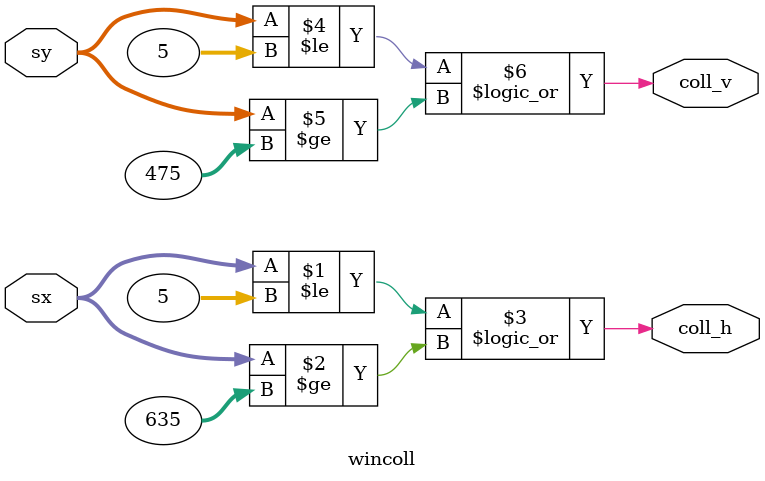
<source format=v>
module coll #( parameter
    WIDTH_1 = 10,
    HEIGHT_1 = 10,
    WIDTH_2 = 10,
    HEIGHT_2 = 10
)
(
    input wire [9:0] s1x, s2x,
    input wire [8:0] s1y, s2y,
    output wire coll
);

    wire [9:0] dx = (s1x > s2x ? s1x - s2x : s2x - s1x);
    wire [8:0] dy = (s1y > s2y ? s1y - s2y : s2y - s1y);

    assign coll = (
        (dx <= (WIDTH_1 + WIDTH_2) / 2) &&
        (dy <= (HEIGHT_1 + HEIGHT_2 / 2))
    );

endmodule
/* verilator lint_off DECLFILENAME */
module wincoll #( parameter
    S_WIDTH = 640,
    S_HEIGHT = 480,
    WIDTH = 10,
    HEIGHT = 10
)
(
    input wire [9:0] sx,
    input wire [8:0] sy,
    output wire coll_v, coll_h
);

    localparam W2 = WIDTH / 2;
    localparam H2 = HEIGHT / 2;

    assign coll_h = (sx <= W2 || sx >= S_WIDTH - W2);
    assign coll_v = (sy <= H2 || sy >= S_HEIGHT - H2);

endmodule

</source>
